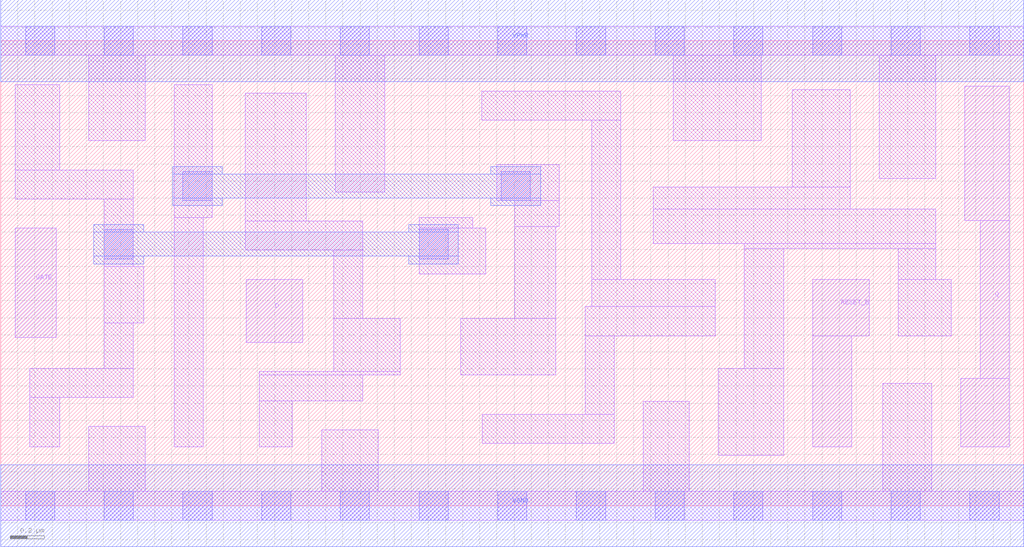
<source format=lef>
# Copyright 2020 The SkyWater PDK Authors
#
# Licensed under the Apache License, Version 2.0 (the "License");
# you may not use this file except in compliance with the License.
# You may obtain a copy of the License at
#
#     https://www.apache.org/licenses/LICENSE-2.0
#
# Unless required by applicable law or agreed to in writing, software
# distributed under the License is distributed on an "AS IS" BASIS,
# WITHOUT WARRANTIES OR CONDITIONS OF ANY KIND, either express or implied.
# See the License for the specific language governing permissions and
# limitations under the License.
#
# SPDX-License-Identifier: Apache-2.0

VERSION 5.7 ;
  NAMESCASESENSITIVE ON ;
  NOWIREEXTENSIONATPIN ON ;
  DIVIDERCHAR "/" ;
  BUSBITCHARS "[]" ;
UNITS
  DATABASE MICRONS 200 ;
END UNITS
MACRO sky130_fd_sc_hd__dlrtp_1
  CLASS CORE ;
  SOURCE USER ;
  FOREIGN sky130_fd_sc_hd__dlrtp_1 ;
  ORIGIN  0.000000  0.000000 ;
  SIZE  5.980000 BY  2.720000 ;
  SYMMETRY X Y R90 ;
  SITE unithd ;
  PIN D
    ANTENNAGATEAREA  0.159000 ;
    DIRECTION INPUT ;
    USE SIGNAL ;
    PORT
      LAYER li1 ;
        RECT 1.435000 0.955000 1.765000 1.325000 ;
    END
  END D
  PIN Q
    ANTENNADIFFAREA  0.429000 ;
    DIRECTION OUTPUT ;
    USE SIGNAL ;
    PORT
      LAYER li1 ;
        RECT 5.610000 0.345000 5.895000 0.745000 ;
        RECT 5.635000 1.670000 5.895000 2.455000 ;
        RECT 5.725000 0.745000 5.895000 1.670000 ;
    END
  END Q
  PIN RESET_B
    ANTENNAGATEAREA  0.247500 ;
    DIRECTION INPUT ;
    USE SIGNAL ;
    PORT
      LAYER li1 ;
        RECT 4.745000 0.345000 4.975000 0.995000 ;
        RECT 4.745000 0.995000 5.075000 1.325000 ;
    END
  END RESET_B
  PIN GATE
    ANTENNAGATEAREA  0.159000 ;
    DIRECTION INPUT ;
    USE CLOCK ;
    PORT
      LAYER li1 ;
        RECT 0.085000 0.985000 0.325000 1.625000 ;
    END
  END GATE
  PIN VGND
    DIRECTION INOUT ;
    SHAPE ABUTMENT ;
    USE GROUND ;
    PORT
      LAYER met1 ;
        RECT 0.000000 -0.240000 5.980000 0.240000 ;
    END
  END VGND
  PIN VPWR
    DIRECTION INOUT ;
    SHAPE ABUTMENT ;
    USE POWER ;
    PORT
      LAYER met1 ;
        RECT 0.000000 2.480000 5.980000 2.960000 ;
    END
  END VPWR
  OBS
    LAYER li1 ;
      RECT 0.000000 -0.085000 5.980000 0.085000 ;
      RECT 0.000000  2.635000 5.980000 2.805000 ;
      RECT 0.085000  1.795000 0.775000 1.965000 ;
      RECT 0.085000  1.965000 0.345000 2.465000 ;
      RECT 0.170000  0.345000 0.345000 0.635000 ;
      RECT 0.170000  0.635000 0.775000 0.805000 ;
      RECT 0.515000  0.085000 0.845000 0.465000 ;
      RECT 0.515000  2.135000 0.845000 2.635000 ;
      RECT 0.605000  0.805000 0.775000 1.070000 ;
      RECT 0.605000  1.070000 0.835000 1.400000 ;
      RECT 0.605000  1.400000 0.775000 1.795000 ;
      RECT 1.015000  0.345000 1.185000 1.685000 ;
      RECT 1.015000  1.685000 1.235000 2.465000 ;
      RECT 1.430000  1.495000 2.115000 1.665000 ;
      RECT 1.430000  1.665000 1.785000 2.415000 ;
      RECT 1.510000  0.345000 1.705000 0.615000 ;
      RECT 1.510000  0.615000 2.115000 0.765000 ;
      RECT 1.510000  0.765000 2.335000 0.785000 ;
      RECT 1.875000  0.085000 2.205000 0.445000 ;
      RECT 1.945000  0.785000 2.335000 1.095000 ;
      RECT 1.945000  1.095000 2.115000 1.495000 ;
      RECT 1.955000  1.835000 2.245000 2.635000 ;
      RECT 2.445000  1.355000 2.835000 1.625000 ;
      RECT 2.445000  1.625000 2.760000 1.685000 ;
      RECT 2.690000  0.765000 3.245000 1.095000 ;
      RECT 2.810000  2.255000 3.625000 2.425000 ;
      RECT 2.815000  0.365000 3.585000 0.535000 ;
      RECT 2.900000  1.785000 3.265000 1.995000 ;
      RECT 3.005000  1.095000 3.245000 1.635000 ;
      RECT 3.005000  1.635000 3.265000 1.785000 ;
      RECT 3.415000  0.535000 3.585000 0.995000 ;
      RECT 3.415000  0.995000 4.175000 1.165000 ;
      RECT 3.455000  1.165000 4.175000 1.325000 ;
      RECT 3.455000  1.325000 3.625000 2.255000 ;
      RECT 3.755000  0.085000 4.025000 0.610000 ;
      RECT 3.815000  1.535000 5.465000 1.735000 ;
      RECT 3.815000  1.735000 4.965000 1.865000 ;
      RECT 3.930000  2.135000 4.445000 2.635000 ;
      RECT 4.195000  0.295000 4.575000 0.805000 ;
      RECT 4.345000  0.805000 4.575000 1.505000 ;
      RECT 4.345000  1.505000 5.465000 1.535000 ;
      RECT 4.625000  1.865000 4.965000 2.435000 ;
      RECT 5.135000  1.915000 5.465000 2.635000 ;
      RECT 5.155000  0.085000 5.440000 0.715000 ;
      RECT 5.245000  0.995000 5.555000 1.325000 ;
      RECT 5.245000  1.325000 5.465000 1.505000 ;
    LAYER mcon ;
      RECT 0.145000 -0.085000 0.315000 0.085000 ;
      RECT 0.145000  2.635000 0.315000 2.805000 ;
      RECT 0.605000 -0.085000 0.775000 0.085000 ;
      RECT 0.605000  1.445000 0.775000 1.615000 ;
      RECT 0.605000  2.635000 0.775000 2.805000 ;
      RECT 1.065000 -0.085000 1.235000 0.085000 ;
      RECT 1.065000  1.785000 1.235000 1.955000 ;
      RECT 1.065000  2.635000 1.235000 2.805000 ;
      RECT 1.525000 -0.085000 1.695000 0.085000 ;
      RECT 1.525000  2.635000 1.695000 2.805000 ;
      RECT 1.985000 -0.085000 2.155000 0.085000 ;
      RECT 1.985000  2.635000 2.155000 2.805000 ;
      RECT 2.445000 -0.085000 2.615000 0.085000 ;
      RECT 2.445000  1.445000 2.615000 1.615000 ;
      RECT 2.445000  2.635000 2.615000 2.805000 ;
      RECT 2.905000 -0.085000 3.075000 0.085000 ;
      RECT 2.905000  2.635000 3.075000 2.805000 ;
      RECT 2.925000  1.785000 3.095000 1.955000 ;
      RECT 3.365000 -0.085000 3.535000 0.085000 ;
      RECT 3.365000  2.635000 3.535000 2.805000 ;
      RECT 3.825000 -0.085000 3.995000 0.085000 ;
      RECT 3.825000  2.635000 3.995000 2.805000 ;
      RECT 4.285000 -0.085000 4.455000 0.085000 ;
      RECT 4.285000  2.635000 4.455000 2.805000 ;
      RECT 4.745000 -0.085000 4.915000 0.085000 ;
      RECT 4.745000  2.635000 4.915000 2.805000 ;
      RECT 5.205000 -0.085000 5.375000 0.085000 ;
      RECT 5.205000  2.635000 5.375000 2.805000 ;
      RECT 5.665000 -0.085000 5.835000 0.085000 ;
      RECT 5.665000  2.635000 5.835000 2.805000 ;
    LAYER met1 ;
      RECT 0.545000 1.415000 0.835000 1.460000 ;
      RECT 0.545000 1.460000 2.675000 1.600000 ;
      RECT 0.545000 1.600000 0.835000 1.645000 ;
      RECT 1.005000 1.755000 1.295000 1.800000 ;
      RECT 1.005000 1.800000 3.155000 1.940000 ;
      RECT 1.005000 1.940000 1.295000 1.985000 ;
      RECT 2.385000 1.415000 2.675000 1.460000 ;
      RECT 2.385000 1.600000 2.675000 1.645000 ;
      RECT 2.865000 1.755000 3.155000 1.800000 ;
      RECT 2.865000 1.940000 3.155000 1.985000 ;
  END
END sky130_fd_sc_hd__dlrtp_1
END LIBRARY

</source>
